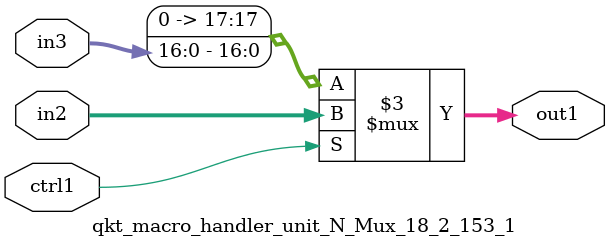
<source format=v>

`timescale 1ps / 1ps


module qkt_macro_handler_unit_N_Mux_18_2_153_1( in3, in2, ctrl1, out1 );

    input [16:0] in3;
    input [17:0] in2;
    input ctrl1;
    output [17:0] out1;
    reg [17:0] out1;

    
    // rtl_process:qkt_macro_handler_unit_N_Mux_18_2_153_1/qkt_macro_handler_unit_N_Mux_18_2_153_1_thread_1
    always @*
      begin : qkt_macro_handler_unit_N_Mux_18_2_153_1_thread_1
        case (ctrl1) 
          1'b1: 
            begin
              out1 = in2;
            end
          default: 
            begin
              out1 = {1'b0, in3};
            end
        endcase
      end

endmodule



</source>
